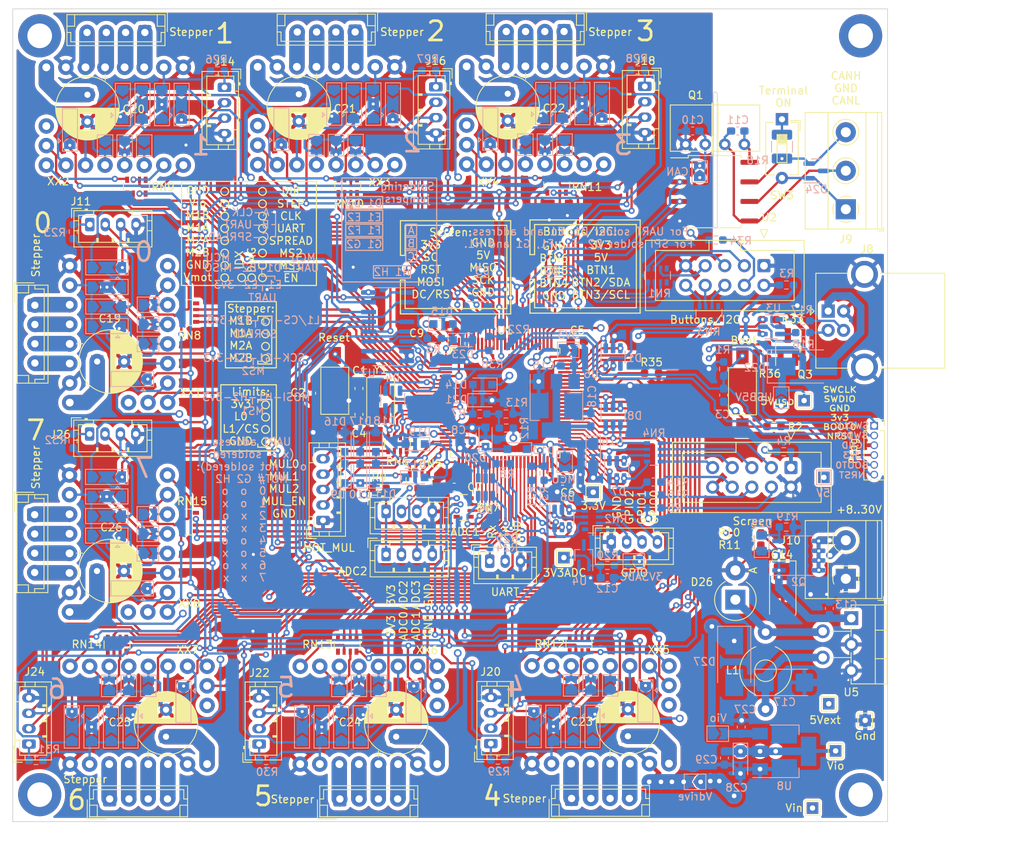
<source format=kicad_pcb>
(kicad_pcb
	(version 20240225)
	(generator "pcbnew")
	(generator_version "8.99")
	(general
		(thickness 4.69)
		(legacy_teardrops no)
	)
	(paper "A4")
	(layers
		(0 "F.Cu" signal)
		(1 "In1.Cu" power "Ground.Cu")
		(2 "In2.Cu" power "Power.Cu")
		(31 "B.Cu" signal)
		(32 "B.Adhes" user "B.Adhesive")
		(33 "F.Adhes" user "F.Adhesive")
		(34 "B.Paste" user)
		(35 "F.Paste" user)
		(36 "B.SilkS" user "B.Silkscreen")
		(37 "F.SilkS" user "F.Silkscreen")
		(38 "B.Mask" user)
		(39 "F.Mask" user)
		(40 "Dwgs.User" user "User.Drawings")
		(41 "Cmts.User" user "User.Comments")
		(42 "Eco1.User" user "User.Eco1")
		(43 "Eco2.User" user "User.Eco2")
		(44 "Edge.Cuts" user)
		(45 "Margin" user)
		(46 "B.CrtYd" user "B.Courtyard")
		(47 "F.CrtYd" user "F.Courtyard")
		(48 "B.Fab" user)
		(49 "F.Fab" user)
		(50 "User.1" user)
		(51 "User.2" user)
		(52 "User.3" user)
		(53 "User.4" user)
		(54 "User.5" user)
		(55 "User.6" user)
		(56 "User.7" user)
		(57 "User.8" user)
		(58 "User.9" user)
	)
	(setup
		(stackup
			(layer "F.SilkS"
				(type "Top Silk Screen")
			)
			(layer "F.Paste"
				(type "Top Solder Paste")
			)
			(layer "F.Mask"
				(type "Top Solder Mask")
				(thickness 0.01)
			)
			(layer "F.Cu"
				(type "copper")
				(thickness 0.035)
			)
			(layer "dielectric 1"
				(type "core")
				(thickness 1.51)
				(material "FR4")
				(epsilon_r 4.5)
				(loss_tangent 0.02)
			)
			(layer "In1.Cu"
				(type "copper")
				(thickness 0.035)
			)
			(layer "dielectric 2"
				(type "prepreg")
				(thickness 1.51)
				(material "FR4")
				(epsilon_r 4.5)
				(loss_tangent 0.02)
			)
			(layer "In2.Cu"
				(type "copper")
				(thickness 0.035)
			)
			(layer "dielectric 3"
				(type "core")
				(thickness 1.51)
				(material "FR4")
				(epsilon_r 4.5)
				(loss_tangent 0.02)
			)
			(layer "B.Cu"
				(type "copper")
				(thickness 0.035)
			)
			(layer "B.Mask"
				(type "Bottom Solder Mask")
				(thickness 0.01)
			)
			(layer "B.Paste"
				(type "Bottom Solder Paste")
			)
			(layer "B.SilkS"
				(type "Bottom Silk Screen")
			)
			(copper_finish "None")
			(dielectric_constraints no)
		)
		(pad_to_mask_clearance 0)
		(allow_soldermask_bridges_in_footprints no)
		(pcbplotparams
			(layerselection 0x00010fc_ffffffff)
			(plot_on_all_layers_selection 0x0000000_00000000)
			(disableapertmacros no)
			(usegerberextensions no)
			(usegerberattributes yes)
			(usegerberadvancedattributes yes)
			(creategerberjobfile yes)
			(dashed_line_dash_ratio 12.000000)
			(dashed_line_gap_ratio 3.000000)
			(svgprecision 6)
			(plotframeref no)
			(viasonmask no)
			(mode 1)
			(useauxorigin no)
			(hpglpennumber 1)
			(hpglpenspeed 20)
			(hpglpendiameter 15.000000)
			(pdf_front_fp_property_popups yes)
			(pdf_back_fp_property_popups yes)
			(dxfpolygonmode yes)
			(dxfimperialunits yes)
			(dxfusepcbnewfont yes)
			(psnegative no)
			(psa4output no)
			(plotreference yes)
			(plotvalue yes)
			(plotfptext yes)
			(plotinvisibletext no)
			(sketchpadsonfab no)
			(subtractmaskfromsilk no)
			(outputformat 1)
			(mirror no)
			(drillshape 0)
			(scaleselection 1)
			(outputdirectory "gerbers/")
		)
	)
	(net 0 "")
	(net 1 "/MCU base/OSC_IN")
	(net 2 "GND")
	(net 3 "/MCU base/NRST")
	(net 4 "/MCU base/BOOT0")
	(net 5 "+3V3")
	(net 6 "/MCU base/OSC_OUT")
	(net 7 "unconnected-(D1-Pad4)")
	(net 8 "/MCU base/BTN1")
	(net 9 "/MCU base/BTN2_SDA")
	(net 10 "/MCU base/SWDIO")
	(net 11 "/MCU base/BTN3_SCL")
	(net 12 "/MCU base/SWCLK")
	(net 13 "M4_L0")
	(net 14 "M4_L1")
	(net 15 "/MCU base/BTN4")
	(net 16 "/MCU base/BTN5")
	(net 17 "/MCU base/BTN6")
	(net 18 "M3_L1")
	(net 19 "M3_L0")
	(net 20 "M2_L1")
	(net 21 "M2_L0")
	(net 22 "M1_L0")
	(net 23 "M1_L1")
	(net 24 "/MCU base/SCRN_DCRS")
	(net 25 "/MCU base/SCRN_SCK")
	(net 26 "/MCU base/SCRN_MISO")
	(net 27 "/MCU base/SCRN_MOSI")
	(net 28 "/MCU base/SCRN_RST")
	(net 29 "/MCU base/SCRN_CS")
	(net 30 "M6_L1")
	(net 31 "M6_L0")
	(net 32 "M5_L1")
	(net 33 "M5_L0")
	(net 34 "/MCU base/A0")
	(net 35 "/MCU base/A1")
	(net 36 "/MCU base/A2")
	(net 37 "/MCU base/A3")
	(net 38 "/MCU base/A4")
	(net 39 "/MCU base/A5")
	(net 40 "Net-(J1-Pad4)")
	(net 41 "Net-(J2-Pad2)")
	(net 42 "Net-(J2-Pad3)")
	(net 43 "Net-(J2-Pad5)")
	(net 44 "Net-(J2-Pad6)")
	(net 45 "Net-(J2-Pad7)")
	(net 46 "Net-(J2-Pad8)")
	(net 47 "ADC2")
	(net 48 "ADC3")
	(net 49 "ADC4")
	(net 50 "ADC5")
	(net 51 "+5V")
	(net 52 "ADC0")
	(net 53 "Vdrive")
	(net 54 "ADC1")
	(net 55 "unconnected-(RN1-Pad4)")
	(net 56 "unconnected-(RN1-Pad5)")
	(net 57 "MUL0")
	(net 58 "MUL1")
	(net 59 "MUL2")
	(net 60 "MUL_EN")
	(net 61 "M1_EN")
	(net 62 "M1_DIR")
	(net 63 "M1_STEP")
	(net 64 "+3.3VADC")
	(net 65 "TMC_SCK")
	(net 66 "TMC_MISO")
	(net 67 "TMC_MOSI")
	(net 68 "USART3_TX")
	(net 69 "M6_STEP")
	(net 70 "M6_DIR")
	(net 71 "M6_EN")
	(net 72 "M5_STEP")
	(net 73 "M5_DIR")
	(net 74 "M5_EN")
	(net 75 "USB_DM")
	(net 76 "USB_DP")
	(net 77 "M4_STEP")
	(net 78 "M4_EN")
	(net 79 "M4_DIR")
	(net 80 "CAN_RX")
	(net 81 "CAN_TX")
	(net 82 "USART2_TX")
	(net 83 "M3_DIR")
	(net 84 "M3_STEP")
	(net 85 "M3_EN")
	(net 86 "M2_STEP")
	(net 87 "M2_DIR")
	(net 88 "M2_EN")
	(net 89 "Net-(J2-Pad10)")
	(net 90 "Net-(C10-Pad1)")
	(net 91 "/MCU base/MOT_MUL0")
	(net 92 "/MCU base/MOT_MUL1")
	(net 93 "/MCU base/MOT_MUL2")
	(net 94 "/MCU base/MOT_MUL_EN")
	(net 95 "Net-(J6-Pad2)")
	(net 96 "Net-(J6-Pad3)")
	(net 97 "Net-(J6-Pad4)")
	(net 98 "Net-(J6-Pad5)")
	(net 99 "Net-(C11-Pad1)")
	(net 100 "Earth")
	(net 101 "Net-(C15-Pad1)")
	(net 102 "Net-(C17-Pad1)")
	(net 103 "Net-(D22-Pad1)")
	(net 104 "/VB")
	(net 105 "Net-(J3-Pad8)")
	(net 106 "/MCU base/OUT1")
	(net 107 "/MCU base/OUT0")
	(net 108 "/MCU base/OUT2")
	(net 109 "Net-(J7-Pad2)")
	(net 110 "Net-(J7-Pad3)")
	(net 111 "unconnected-(RN2-Pad4)")
	(net 112 "unconnected-(RN2-Pad5)")
	(net 113 "Net-(J7-Pad4)")
	(net 114 "/CANL")
	(net 115 "/CANH")
	(net 116 "Net-(D25-Pad2)")
	(net 117 "Net-(D26-Pad1)")
	(net 118 "Net-(J3-Pad1)")
	(net 119 "Net-(J3-Pad3)")
	(net 120 "Net-(J3-Pad4)")
	(net 121 "Net-(J3-Pad5)")
	(net 122 "Net-(J3-Pad6)")
	(net 123 "Net-(J3-Pad7)")
	(net 124 "Net-(J3-Pad9)")
	(net 125 "Net-(J4-Pad1)")
	(net 126 "Net-(J8-Pad2)")
	(net 127 "Net-(J8-Pad3)")
	(net 128 "Net-(J10-Pad2)")
	(net 129 "Net-(JP4-Pad2)")
	(net 130 "/Motors/Vm")
	(net 131 "/Motors/USART0-3")
	(net 132 "/Motors/MOSI")
	(net 133 "Net-(JP8-Pad1)")
	(net 134 "/Motors/SCK")
	(net 135 "Net-(JP13-Pad1)")
	(net 136 "/Motors/MISO")
	(net 137 "unconnected-(RN8-Pad8)")
	(net 138 "unconnected-(RN8-Pad1)")
	(net 139 "Net-(R16-Pad2)")
	(net 140 "Net-(R17-Pad2)")
	(net 141 "Net-(R18-Pad1)")
	(net 142 "/Motors/USART4-7")
	(net 143 "/Motors/DIAG4")
	(net 144 "/Motors/DIAG6")
	(net 145 "/Motors/DIAG7")
	(net 146 "/Motors/DIAG5")
	(net 147 "/Motors/DIAG3")
	(net 148 "/Motors/DIAG0")
	(net 149 "/Motors/DIAG1")
	(net 150 "/Motors/DIAG2")
	(net 151 "unconnected-(XX1-Pad18)")
	(net 152 "/Motors/stepper_M1/U")
	(net 153 "Net-(J11-Pad1)")
	(net 154 "/Motors/stepper_M1/~{ENx}")
	(net 155 "/Motors/stepper_M1/STEPx")
	(net 156 "/Motors/stepper_M1/DIRx")
	(net 157 "/MCU base/USART1_RX")
	(net 158 "/Motors/stepper_M1/MS1")
	(net 159 "/Motors/stepper_M1/MS2")
	(net 160 "/Motors/stepper_M1/SPR")
	(net 161 "/Motors/stepper_M1/CLK")
	(net 162 "/MCU base/USART1_TX")
	(net 163 "Net-(J13-Pad2)")
	(net 164 "Net-(J13-Pad1)")
	(net 165 "M0_L1")
	(net 166 "M0_L0")
	(net 167 "Net-(J12-Pad4)")
	(net 168 "Net-(J12-Pad3)")
	(net 169 "Net-(J12-Pad2)")
	(net 170 "Net-(J12-Pad1)")
	(net 171 "M0_STEP")
	(net 172 "M0_DIR")
	(net 173 "M0_EN")
	(net 174 "M7_L0")
	(net 175 "M7_L1")
	(net 176 "M7_DIR")
	(net 177 "M7_EN")
	(net 178 "M7_STEP")
	(net 179 "MCU3v3")
	(net 180 "unconnected-(RN7-Pad5)")
	(net 181 "unconnected-(RN7-Pad4)")
	(net 182 "Net-(J14-Pad1)")
	(net 183 "Net-(J15-Pad1)")
	(net 184 "Net-(J15-Pad2)")
	(net 185 "Net-(J15-Pad3)")
	(net 186 "Net-(J15-Pad4)")
	(net 187 "Net-(JP16-Pad1)")
	(net 188 "/Motors/stepper_M2/U")
	(net 189 "/Motors/stepper_M2/MS1")
	(net 190 "/Motors/stepper_M2/MS2")
	(net 191 "/Motors/stepper_M2/SPR")
	(net 192 "Net-(JP21-Pad1)")
	(net 193 "/Motors/stepper_M2/CLK")
	(net 194 "/Motors/stepper_M2/DIRx")
	(net 195 "/Motors/stepper_M2/STEPx")
	(net 196 "/Motors/stepper_M2/~{ENx}")
	(net 197 "unconnected-(RN9-Pad1)")
	(net 198 "unconnected-(RN9-Pad8)")
	(net 199 "unconnected-(XX2-Pad18)")
	(net 200 "Net-(J16-Pad1)")
	(net 201 "Net-(J17-Pad1)")
	(net 202 "Net-(J17-Pad2)")
	(net 203 "Net-(J17-Pad3)")
	(net 204 "Net-(J17-Pad4)")
	(net 205 "Net-(JP24-Pad1)")
	(net 206 "/Motors/stepper_M3/U")
	(net 207 "/Motors/stepper_M3/MS1")
	(net 208 "/Motors/stepper_M3/MS2")
	(net 209 "/Motors/stepper_M3/SPR")
	(net 210 "Net-(JP29-Pad1)")
	(net 211 "/Motors/stepper_M3/CLK")
	(net 212 "unconnected-(RN10-Pad1)")
	(net 213 "/Motors/stepper_M3/DIRx")
	(net 214 "/Motors/stepper_M3/STEPx")
	(net 215 "/Motors/stepper_M3/~{ENx}")
	(net 216 "unconnected-(RN10-Pad8)")
	(net 217 "unconnected-(XX3-Pad18)")
	(net 218 "Net-(J18-Pad1)")
	(net 219 "Net-(J19-Pad1)")
	(net 220 "Net-(J19-Pad2)")
	(net 221 "Net-(J19-Pad3)")
	(net 222 "Net-(J19-Pad4)")
	(net 223 "Net-(JP32-Pad1)")
	(net 224 "/Motors/stepper_M4/U")
	(net 225 "/Motors/stepper_M4/MS1")
	(net 226 "/Motors/stepper_M4/MS2")
	(net 227 "/Motors/stepper_M4/SPR")
	(net 228 "Net-(JP37-Pad1)")
	(net 229 "/Motors/stepper_M4/CLK")
	(net 230 "unconnected-(RN11-Pad1)")
	(net 231 "/Motors/stepper_M4/DIRx")
	(net 232 "/Motors/stepper_M4/STEPx")
	(net 233 "/Motors/stepper_M4/~{ENx}")
	(net 234 "unconnected-(RN11-Pad8)")
	(net 235 "unconnected-(XX4-Pad18)")
	(net 236 "Net-(J20-Pad1)")
	(net 237 "Net-(J21-Pad1)")
	(net 238 "Net-(J21-Pad2)")
	(net 239 "Net-(J21-Pad3)")
	(net 240 "Net-(J21-Pad4)")
	(net 241 "Net-(JP40-Pad1)")
	(net 242 "/Motors/stepper_M5/U")
	(net 243 "/Motors/stepper_M5/MS1")
	(net 244 "/Motors/stepper_M5/MS2")
	(net 245 "/Motors/stepper_M5/SPR")
	(net 246 "Net-(JP45-Pad1)")
	(net 247 "/Motors/stepper_M5/CLK")
	(net 248 "unconnected-(RN12-Pad1)")
	(net 249 "/Motors/stepper_M5/DIRx")
	(net 250 "/Motors/stepper_M5/STEPx")
	(net 251 "/Motors/stepper_M5/~{ENx}")
	(net 252 "unconnected-(RN12-Pad8)")
	(net 253 "unconnected-(XX5-Pad18)")
	(net 254 "Net-(J22-Pad1)")
	(net 255 "Net-(J23-Pad1)")
	(net 256 "Net-(J23-Pad2)")
	(net 257 "Net-(J23-Pad3)")
	(net 258 "Net-(J23-Pad4)")
	(net 259 "Net-(JP48-Pad1)")
	(net 260 "/Motors/stepper_M6/U")
	(net 261 "/Motors/stepper_M6/MS1")
	(net 262 "/Motors/stepper_M6/MS2")
	(net 263 "/Motors/stepper_M6/SPR")
	(net 264 "Net-(JP53-Pad1)")
	(net 265 "/Motors/stepper_M6/CLK")
	(net 266 "unconnected-(RN13-Pad1)")
	(net 267 "/Motors/stepper_M6/DIRx")
	(net 268 "/Motors/stepper_M6/STEPx")
	(net 269 "/Motors/stepper_M6/~{ENx}")
	(net 270 "unconnected-(RN13-Pad8)")
	(net 271 "unconnected-(XX6-Pad18)")
	(net 272 "Net-(J24-Pad1)")
	(net 273 "Net-(J25-Pad1)")
	(net 274 "Net-(J25-Pad2)")
	(net 275 "Net-(J25-Pad3)")
	(net 276 "Net-(J25-Pad4)")
	(net 277 "Net-(JP56-Pad1)")
	(net 278 "/Motors/stepper_M7/U")
	(net 279 "/Motors/stepper_M7/MS1")
	(net 280 "/Motors/stepper_M7/MS2")
	(net 281 "/Motors/stepper_M7/SPR")
	(net 282 "Net-(JP61-Pad1)")
	(net 283 "/Motors/stepper_M7/CLK")
	(net 284 "unconnected-(RN14-Pad1)")
	(net 285 "/Motors/stepper_M7/DIRx")
	(net 286 "/Motors/stepper_M7/STEPx")
	(net 287 "/Motors/stepper_M7/~{ENx}")
	(net 288 "unconnected-(RN14-Pad8)")
	(net 289 "unconnected-(XX7-Pad18)")
	(net 290 "Net-(J26-Pad1)")
	(net 291 "Net-(J27-Pad1)")
	(net 292 "Net-(J27-Pad2)")
	(net 293 "Net-(J27-Pad3)")
	(net 294 "Net-(J27-Pad4)")
	(net 295 "Net-(JP64-Pad1)")
	(net 296 "/Motors/stepper_M8/U")
	(net 297 "/Motors/stepper_M8/MS1")
	(net 298 "/Motors/stepper_M8/MS2")
	(net 299 "/Motors/stepper_M8/SPR")
	(net 300 "Net-(JP69-Pad1)")
	(net 301 "/Motors/stepper_M8/CLK")
	(net 302 "unconnected-(RN15-Pad1)")
	(net 303 "/Motors/stepper_M8/DIRx")
	(net 304 "/Motors/stepper_M8/STEPx")
	(net 305 "/Motors/stepper_M8/~{ENx}")
	(net 306 "unconnected-(RN15-Pad8)")
	(net 307 "unconnected-(XX8-Pad18)")
	(net 308 "/MCU base/Diagn")
	(net 309 "DIAGNOST")
	(net 310 "Net-(C27-Pad1)")
	(net 311 "Vio")
	(net 312 "Net-(Q3-Pad1)")
	(net 313 "Net-(J2-Pad4)")
	(net 314 "Net-(Q3-Pad3)")
	(net 315 "/MCU base/DPPU")
	(net 316 "unconnected-(RN3-Pad1)")
	(net 317 "unconnected-(RN3-Pad8)")
	(footprint "Capacitor_SMD:C_0603_1608Metric_Pad1.08x0.95mm_HandSolder" (layer "F.Cu") (at 110.8975 79.502))
	(footprint "Connector_JST:JST_EH_B4B-EH-A_1x04_P2.50mm_Vertical" (layer "F.Cu") (at 99.921075 41.501827 180))
	(footprint "Connector_JST:JST_EH_B4B-EH-A_1x04_P2.50mm_Vertical" (layer "F.Cu") (at 58.374 76.974 -90))
	(footprint "Connector_JST:JST_PH_B5B-PH-K_1x05_P2.00mm_Vertical" (layer "F.Cu") (at 95.758 104.902 90))
	(footprint "Connector_IDC:IDC-Header_2x05_P2.54mm_Vertical" (layer "F.Cu") (at 152.9588 71.8407 -90))
	(footprint "Button_Switch_SMD:SW_SPST_FSMSM" (layer "F.Cu") (at 150.1648 88.138 -90))
	(footprint "Connector_JST:JST_PH_B4B-PH-K_1x04_P2.00mm_Vertical" (layer "F.Cu") (at 87.466 133.934 90))
	(footprint "MountingHole:MountingHole_3.2mm_M3_DIN965_Pad" (layer "F.Cu") (at 165.5 140.5))
	(footprint "Resistor_SMD:R_0603_1608Metric_Pad0.98x0.95mm_HandSolder" (layer "F.Cu") (at 153.416 82.9564 -90))
	(footprint "Button_Switch_THT:SW_DIP_SPSTx01_Slide_6.7x4.1mm_W7.62mm_P2.54mm_LowProfile" (layer "F.Cu") (at 155.2956 52.832 -90))
	(footprint "Capacitor_THT:CP_Radial_D8.0mm_P3.50mm" (layer "F.Cu") (at 105.246 132.978 90))
	(footprint "Connector_JST:JST_PH_B4B-PH-K_1x04_P2.00mm_Vertical" (layer "F.Cu") (at 103.934 103.7336))
	(footprint "Connector_JST:JST_PH_B4B-PH-K_1x04_P2.00mm_Vertical" (layer "F.Cu") (at 65.5 66.5))
	(footprint "stepper:stepper_module" (layer "F.Cu") (at 131.75 130.124 -90))
	(footprint "Resistor_SMD:R_Array_Convex_4x0603" (layer "F.Cu") (at 126.07045 61.46 -90))
	(footprint "Connector_JST:JST_PH_B3B-PH-K_1x03_P2.00mm_Vertical" (layer "F.Cu") (at 117.38 110.194))
	(footprint "stepper:stepper_module" (layer "F.Cu") (at 69.222 107.9116 180))
	(footprint "stepper:stepper_module" (layer "F.Cu") (at 96.171075 52.377827 90))
	(footprint "Resistor_SMD:R_Array_Convex_4x0603" (layer "F.Cu") (at 113.9952 103.2256))
	(footprint "TerminalBlock_Phoenix:TerminalBlock_Phoenix_MKDS-1,5-2_1x02_P5.00mm_Horizontal" (layer "F.Cu") (at 163.576 112.482 90))
	(footprint "Resistor_SMD:R_0603_1608Metric_Pad0.98x0.95mm_HandSolder" (layer "F.Cu") (at 153.6173 78.8416 180))
	(footprint "Connector_IDC:IDC-Header_2x05_P2.54mm_Vertical"
		(layer "F.Cu")
		(uuid "3d430b90-cdad-448e-a8ca-ef46fa85282d")
		(at 156.464 98.044 -90)
		(descr "Through hole IDC box header, 2x05, 2.54mm pitch, DIN 41651 / IEC 60603-13, double rows, https://docs.google.com/spreadsheets/d/16SsEcesNF15N3Lb4niX7dcUr-NY5_MFPQhobNuNppn4/edit#gid=0")
		(tags "Through hole vertical IDC box header THT 2x05 2.54mm double row")
		(property "Reference" "J3"
			(at 6.9596 6.4008 180)
			(layer "F.Fab")
			(uuid "3b8e17a6-fb12-4477-81dc-dfb79f00fc2c")
			(effects
				(font
					(size 1 1)
					(thickness 0.15)
				)
			)
		)
		(property "Value" "Screen"
			(at 6.9596 5.0292 180)
			(layer "F.SilkS")
			(uuid "5a57d791-ff8d-4f6d-bc1d-a274c46c2e87")
			(effects
				(font
					(size 1 1)
					(thickness 0.15)
				)
			)
		)
		(property "Footprint" ""
			(at 0 0 -90)
			(unlocked yes)
			(layer "F.Fab")
			(hide yes)
			(uuid "2a4786cb-cf2d-4c4b-8325-710321db0d60")
			(effects
				(font
					(size 1.27 1.27)
				)
			)
		)
		(property "Datasheet" ""
			(at 0 0 -90)
			(unlocked yes)
			(layer "F.Fab")
			(hide yes)
			(uuid "222bd53f-90f6-4af4-8c30-2b90e6c3b352")
			(effects
				(font
					(size 1.27 1.27)
				)
			)
		)
		(property "Description" ""
			(at 0 0 -90)
			(unlocked yes)
			(layer "F.Fab")
			(hide yes)
			(uuid "a0a7648f-a72f-448e-8d9a-30148fc6ec4c")
			(effects
				(font
					(size 1.27 1.27)
				)
			)
		)
		(path "/076c38b6-e164-46bb-9d96-26f8bdfeca37/3b30193d-b3cb-42a8-a75c-e3cbeadeeead")
		(sheetname "MCU base")
		(sheetfile "mcubase.kicad_sch")
		(attr through_hole)
		(fp_line
			(start -3.29 15.37)
			(end -3.29 -5.21)
			(stroke
				(width 0.12)
				(type solid)
			)
			(layer "F.SilkS")
			(uuid "a665a99c-4e35-4e49-be80-2ecb4d9d0c6e")
		)
		(fp_line
			(start 5.83 15.37)
			(end -3.29 15.37)
			(stroke
				(width 0.12)
				(type solid)
			)
			(layer "F.SilkS")
			(uuid "c411ee2f-f284-4773-85d4-a8df62c49d1d")
		)
		(fp_line
			(start -1.98 14.07)
			(end -1.98 7.13)
			(stroke
				(width 0.12)
				(type solid)
			)
			(layer "F.SilkS")
			(uuid "440619ce-68f3-4173-be10-805b9c1e094b")
		)
		(fp_line
			(start 4.52 14.07)
			(end -1.98 14.07)
			(stroke
				(width 0.12)
				(type solid)
			)
			(layer "F.SilkS")
			(uuid "36486bfc-595e-4627-baa6-b664f4d2d9c0")
		)
		(fp_line
			(start -1.98 7.13)
			(end -3.29 7.13)
			(stroke
				(width 0.12)
				(type solid)
			)
			(layer "F.SilkS")
			(uuid "a1973355-6cfa-46e7-9fcd-ef4c7dbb169a")
		)
		(fp_line
			(start -1.98 7.13)
			(end -1.98 7.13)
			(stroke
				(width 0.12)
				(type solid)
			)
			(layer "F.SilkS")
			(uuid "ddb751ff-b3c5-42ce-ac1b-d810336f8a18")
		)
		(fp_line
			(start -3.29 3.03)
			(end -1.98 3.03)
			(stroke
				(width 0.12)
				(type solid)
			)
			(layer "F.SilkS")
			(uuid "41d1f62a-8fb3-474d-94fa-d6b4fd091e19")
		)
		(fp_line
			(start -1.98 3.03)
			(end -1.98 -3.91)
			(stroke
				(width 0.12)
				(type solid)
			)
			(layer "F.SilkS")
			(uuid "9bdd5910-0f76-4e54-9286-86b33a1773fa")
		)
		(fp_line
			(start -4.68 0.5)
			(end -3.68 0)
			(stroke
				(width 0.12)
				(type solid)
			)
			(layer "F.SilkS")
			(uuid "86b3077b-5559-4cd1-a40c-7114d9340633")
		)
		(fp_line
			(start -3.68 0)
			(end -4.68 -0.5)
			(stroke
				(width 0.12)
				(type solid)
			)
			(layer "F.SilkS")
			(uuid "332a452f-99c1-491b-93e9-fda84c916e9a")
		)
		(fp_line
			(start -4.68 -0.5)
			(end -4.68 0.5)
			(stroke
				(width 0.12)
				(type solid)
			)
			(layer "F.SilkS")
			(uuid "fe563628-aee5-4c73-a398-bd9bef538ac2")
		)
		(fp_line
			(start -1.98 -3.91)
			(end 4.52 -3.91)
			(stroke
				(width 0.12)
				(type solid)
			)
			(layer "F.SilkS")
			(uuid "aef7a603-4acb-4a8d-9490-3dc06d402b46")
		)
		(fp_line
			(start 4.52 -3.91)
			(end 4.52 14.07)
			(stroke
				(width 0.12)
				(type solid)
			)
			(layer "F.SilkS")
			(uuid "05565887-307a-41e2-84b0-7fc19aae492e")
		)
		(fp_line
			(start -3.29 -5.21)
			(end 5.83 -5.21)
			(stroke
				(width 0.12)
				(type solid)
			)
			(layer "F.SilkS")
			(uuid "3171cf89-22bf-4490-bbd2-9045b0a99db6")
		)
		(fp_line
			(start 5.83 -5.21)
			(end 5.83 15.37)
			(stroke
				(width 0.12)
				(type solid)
			)
			(layer "F.SilkS")
			(uuid "991dbdac-7795-4b95-9c6d-c0b65a21394a")
		)
		(fp_line
			(start -3.68 15.76)
			(end 6.22 15.76)
			(stroke
				(width 0.05)
				(type solid)
			)
			(layer "F.CrtYd")
			(uuid "7bcfd651-fe63-40c9-a4d8-1993b9e6eac2")
		)
		(fp_line
			(start 6.22 15.76)
			(end 6.22 -5.6)
			(stroke
				(width 0.05)
				(type solid)
			)
			(layer "F.CrtYd")
			(uuid "14339d0d-02bd-4a01-a2c5-b72d30338d8b")
		)
		(fp_line
			(start -3.68 -5.6)
			(end -3.68 15.76)
			(stroke
				(width 0.05)
				(type solid)
			)
			(layer "F.CrtYd")
			(uuid "c403abc5-380b-4d46-b88d-fb45fb112d7e")
		)
		(fp_line
			(start 6.22 -5.6)
			(end -3.68 -5.6)
			(stroke
				(width 0.05)
				(type solid)
			)
			(layer "F.CrtYd")
			(uuid "53a7b15c-7348-415d-a94a-08ac0db9df42")
		)
		(fp_line
			(start -3.18 15.26)
			(end -3.18 -4.1)
			(stroke
				(width 0.1)
				(type solid)
			)
			(layer "F.Fab")
			(uuid "70de5e60-0c62-4db1-a769-50479b775586")
		)
		(fp_line
			(start 5.72 15.26)
			(end -3.18 15.26)
			(stroke
				(width 0.1)
				(type solid)
			)
			(layer "F.Fab")
			(uuid "a8f6f23b-594a-47b9-b586-2d008c8e7c9b")
		)
		(fp_line
			(start -1.98 14.07)
			(end -1.98 7.13)
			(stroke
				(width 0.1)
				(type solid)
			)
			(layer "F.Fab")
			(uuid "3ac8b179-49ca-4676-a21e-dcb914b6d98e")
		)
		(fp_line
			(start 4.52 14.07)
			(end -1.98 14.07)
			(stroke
				(width 0.1)
				(type solid)
			)
			(layer "F.Fab")
			(uuid "36d49b6a-bd8a-4ddd-84f1-67eafe595b4b")
		)
		(fp_line
			(start -1.98 7.13)
			(end -3.18 7.13)
			(stroke
				(width 0.1)
				(type solid)
			)
			(layer "F.Fab")
			(uuid "21feeedd-c91f-4e4f-8e98-efe485d9267d")
		)
		(fp_line
			(start -1.98 7.13)
			(end -1.98 7.13)
			(stroke
				(width 0.1)
				(type solid)
			)
			(layer "F.Fab")
			(uuid "b2896679-7484-4881-8704-9993fe854249")
		)
		(fp_line
			(start -3.18 3.03)
			(end -1.98 3.03)
			(stroke
				(width 0.1)
				(type solid)
			)
			(layer "F.Fab")
			(uuid "337cacd7-841c-4b6d-8474-8920edfbc3d2")
		)
		(fp_line
			(start -1.98 3.03)
			(end -1.98 -3.91)
			(stroke
				(width 0.1)
				(type solid)
			)
			(layer "F.Fab")
			(uuid "cd7c7341-a8cd-4c30-b154-8148a86a2506")
		)
		(fp_line
			(start -1.98 -3.91)
			(end 4.52 -3.91)
			(stroke
				(width 0.1)
				(type solid)
			)
			(layer "F.Fab")
			(uuid "44deeadc-5e8e-49b8-be7e-386e4eef12b1")
		)
		(fp_line
			(start 4.52 -3.91)
			(end 4.52 14.07)
			(stroke
				(width 0.1)
				(type solid)
			)
			(layer "F.Fab")
			(uuid "3049babc-2ecd-4737-8261-bb553c202ff4")
		)
		(fp_line
			(start -3.18 -4.1)
			(end -2.18 -5.1)
			(stroke
				(width 0.1)
				(type solid)
			)
			(layer "F.Fab")
			(uuid "02c3ccb7-ba48-4aee-874d-97bb224154f9")
		)
		(fp_line
			(start -2.18 -5.1)
			(end 5.72 -5.1)
			(stroke
				(width 0.1)
				(type solid)
			)
			(layer "F.Fab")
			(uuid "068483c0-a3a1-4c81-84a9-42bf21e93c67")
		)
		(fp_line
			(start 5.72 -5.1)
			(end 5.72 15.26)
			(stroke
				(width 0.1)
				(type solid)
			)
			(layer "F.Fab")
			(uuid "ee5888bc-c7fc-48fd-8d2e-234ce9fcaaf1")
		)
		(fp_text user "${REFERENCE}"
			(at 1.27 5.08 0)
			(layer "F.Fab")
			(uuid "6316f309-1602-4160-ae8f-a0ca7f9f229b")
			(effects
				(font
					(size 1 1)
					(thickness 0.15)
				)
			)
		)
		(pad "1" thru_hole roundrect
			(at 0 0 270)
			(size 1.7 1.7)
			(drill 1)
			(layers "*.Cu" "*.Mask")
			(remove_unused_layers no)
			(roundrect_rratio 0.1470588235)
			(net 118 "Net-(J3-Pad1)")
			(pinfunction "Pin_1")
			(pintype "passive")
			(uuid "afc30e8b-7d99-4dbc-9c23-92177e281d7d")
		)
		(pad "2" thru_hole circle
			(at 2.54 0 270)
			(size 1.7 1.7)
			(drill 1)
			(layers "*.Cu" "*.Mask")
			(remove_unused_layers no)
			(net 2 "GND")
			(pinfunction "Pin_2")
			(pintype "passive")
			(uuid "520cd37c-4e02-492e-b58e-edf6a30e95c4")
		)
		(pad "3" thru_hole circle
			(at 0 2.54 270)
			(size 1.7 1.7)
			(drill 1)
			(layers "*.Cu" "*.Mask")
			(remove_unused_layers no)
			(net 119 "Net-(J3-Pad3)")
			(pinfunction "Pin_3")
			(pintype "passive")
			(uuid "7507c0df-b298-4aef-9d2b-0a48cdda70b6")
		)
		(pad "4" thru_hole circle
			(at 2.54 2.54 270)
			(size 1.7 1.7)
			(drill 1)
			(layers "*.Cu" "*.Mask")
			(remove_unused_layers no)
			(net 120 "Net-(J3-Pad4)")
			(pinfunction "Pin_4")
			(pintype "passive")
			(uuid "268d477e-5bfc-498a-b7d7-6a16dc090311")
		)
		(pad "5" thru_hole circle
			(at 0 5.08 270)
			(size 1.7 1.7)
			(drill 1)
			(layers "*.Cu" "*.Mask")
			(remove
... [5338435 chars truncated]
</source>
